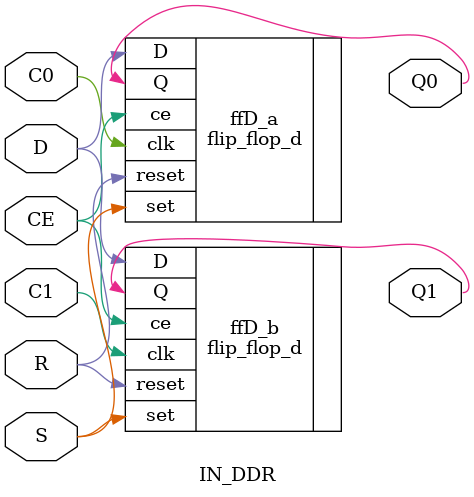
<source format=v>
module IN_DDR (
	input D,
	input C0,
	input C1,
	input CE,
	input R,
	input S,
	output Q1,
	output Q0
);

//wire Q_ff;

flip_flop_d ffD_a(
	.D(D),
	.clk(C0),
	.ce(CE),
	.reset(R),
	.set(S),
	.Q(Q0)
);

/*
flip_flop_d ffD(
	.D(Q_ff),
	.clk(C1),
	.ce(CE),
	.reset(R),
	.set(S),
	.Q(Q0)
);
*/


flip_flop_d ffD_b(
	.D(D),
	.clk(C1),
	.ce(CE),
	.reset(R),
	.set(S),
	.Q(Q1)
);





endmodule

</source>
